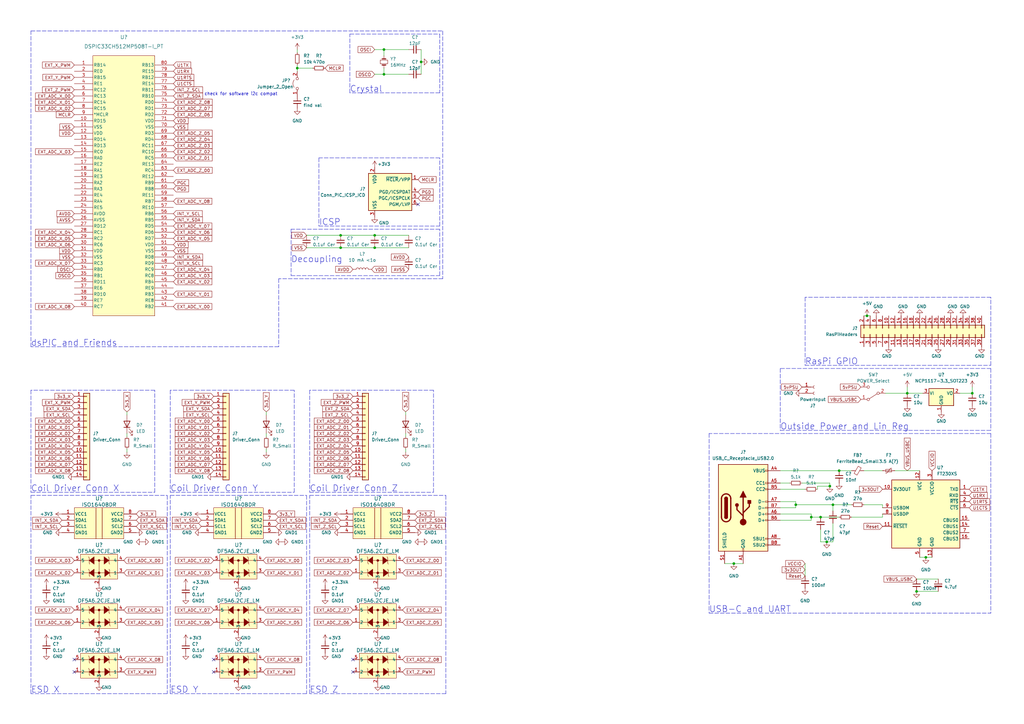
<source format=kicad_sch>
(kicad_sch (version 20211123) (generator eeschema)
  (paper "A3")
  (junction (at 172.72 25.4))
  (junction (at 121.92 27.94))
  (junction (at 300.99 231.14))
  (junction (at 372.11 161.29))
  (junction (at 339.09 222.25))
  (junction (at 326.39 207.01))
  (junction (at 344.17 193.04))
  (junction (at 341.63 207.01))
  (junction (at 153.67 96.52))
  (junction (at 332.74 212.09))
  (junction (at 375.92 242.57))
  (junction (at 340.36 199.39))
  (junction (at 379.73 228.6))
  (junction (at 157.48 30.48))
  (junction (at 336.55 212.09))
  (junction (at 157.48 20.32))
  (junction (at 139.7 101.6))
  (junction (at 398.78 161.29))
  (junction (at 139.7 96.52))
  (junction (at 153.67 101.6))
  (junction (at 355.6 129.54))
  (no_connect (at 144.78 270.51))
  (no_connect (at 87.63 275.59))
  (no_connect (at 30.48 270.51))
  (no_connect (at 144.78 275.59))
  (no_connect (at 171.45 83.82))
  (no_connect (at 30.48 275.59))
  (no_connect (at 87.63 270.51))
  (polyline (pts (xy 406.4 151.13) (xy 320.04 151.13)))
  (polyline (pts (xy 119.38 113.03) (xy 180.34 113.03)))
  (wire (pts (xy 328.93 198.12) (xy 340.36 198.12)))
  (wire (pts (xy 320.04 213.36) (xy 332.74 213.36)))
  (polyline (pts (xy 180.34 93.98) (xy 119.38 93.98)))
  (wire (pts (xy 398.78 158.75) (xy 398.78 161.29)))
  (wire (pts (xy 139.7 96.52) (xy 153.67 96.52)))
  (polyline (pts (xy 143.51 38.1) (xy 143.51 13.97)))
  (wire (pts (xy 336.55 222.25) (xy 339.09 222.25)))
  (polyline (pts (xy 181.61 114.3) (xy 114.3 114.3)))
  (polyline (pts (xy 125.73 284.48) (xy 69.85 284.48)))
  (wire (pts (xy 326.39 207.01) (xy 326.39 208.28)))
  (polyline (pts (xy 180.34 64.77) (xy 130.81 64.77)))
  (wire (pts (xy 372.11 161.29) (xy 378.46 161.29)))
  (polyline (pts (xy 63.5 160.02) (xy 12.7 160.02)))
  (wire (pts (xy 109.22 185.42) (xy 109.22 184.15)))
  (polyline (pts (xy 130.81 64.77) (xy 130.81 92.71)))
  (polyline (pts (xy 180.34 113.03) (xy 180.34 93.98)))
  (polyline (pts (xy 181.61 12.7) (xy 181.61 114.3)))
  (wire (pts (xy 153.67 20.32) (xy 157.48 20.32)))
  (wire (pts (xy 398.78 161.29) (xy 393.7 161.29)))
  (polyline (pts (xy 180.34 38.1) (xy 143.51 38.1)))
  (polyline (pts (xy 330.2 149.86) (xy 406.4 149.86)))
  (polyline (pts (xy 182.88 284.48) (xy 127 284.48)))
  (polyline (pts (xy 97.79 203.2) (xy 125.73 203.2)))
  (wire (pts (xy 320.04 193.04) (xy 344.17 193.04)))
  (wire (pts (xy 300.99 231.14) (xy 304.8 231.14)))
  (wire (pts (xy 372.11 158.75) (xy 372.11 161.29)))
  (wire (pts (xy 367.03 193.04) (xy 377.19 193.04)))
  (wire (pts (xy 320.04 200.66) (xy 330.2 200.66)))
  (polyline (pts (xy 119.38 93.98) (xy 119.38 113.03)))
  (wire (pts (xy 344.17 212.09) (xy 336.55 212.09)))
  (polyline (pts (xy 127 160.02) (xy 127 201.93)))
  (wire (pts (xy 320.04 210.82) (xy 332.74 210.82)))
  (wire (pts (xy 166.37 168.91) (xy 166.37 170.18)))
  (polyline (pts (xy 120.65 160.02) (xy 69.85 160.02)))
  (wire (pts (xy 157.48 27.94) (xy 157.48 30.48)))
  (polyline (pts (xy 320.04 176.53) (xy 406.4 176.53)))
  (polyline (pts (xy 12.7 142.24) (xy 12.7 12.7)))
  (polyline (pts (xy 406.4 149.86) (xy 406.4 121.92)))
  (polyline (pts (xy 63.5 201.93) (xy 63.5 160.02)))
  (wire (pts (xy 125.73 96.52) (xy 139.7 96.52)))
  (wire (pts (xy 379.73 228.6) (xy 382.27 228.6)))
  (wire (pts (xy 332.74 210.82) (xy 332.74 212.09)))
  (wire (pts (xy 326.39 205.74) (xy 326.39 207.01)))
  (polyline (pts (xy 290.83 177.8) (xy 290.83 251.46)))
  (polyline (pts (xy 120.65 201.93) (xy 120.65 160.02)))
  (polyline (pts (xy 406.4 177.8) (xy 290.83 177.8)))
  (wire (pts (xy 172.72 25.4) (xy 172.72 30.48)))
  (wire (pts (xy 341.63 222.25) (xy 341.63 214.63)))
  (wire (pts (xy 121.92 27.94) (xy 121.92 29.21)))
  (wire (pts (xy 128.27 27.94) (xy 121.92 27.94)))
  (wire (pts (xy 153.67 101.6) (xy 167.64 101.6)))
  (polyline (pts (xy 330.2 121.92) (xy 330.2 149.86)))
  (wire (pts (xy 166.37 185.42) (xy 166.37 184.15)))
  (wire (pts (xy 157.48 30.48) (xy 167.64 30.48)))
  (polyline (pts (xy 180.34 13.97) (xy 180.34 38.1)))
  (polyline (pts (xy 114.3 114.3) (xy 114.3 142.24)))
  (wire (pts (xy 52.07 168.91) (xy 52.07 170.18)))
  (wire (pts (xy 332.74 213.36) (xy 332.74 212.09)))
  (wire (pts (xy 125.73 101.6) (xy 139.7 101.6)))
  (wire (pts (xy 139.7 101.6) (xy 153.67 101.6)))
  (polyline (pts (xy 320.04 151.13) (xy 320.04 176.53)))
  (polyline (pts (xy 68.58 203.2) (xy 68.58 284.48)))
  (polyline (pts (xy 177.8 201.93) (xy 177.8 160.02)))
  (wire (pts (xy 341.63 207.01) (xy 341.63 209.55)))
  (polyline (pts (xy 69.85 160.02) (xy 69.85 201.93)))
  (polyline (pts (xy 180.34 92.71) (xy 180.34 64.77)))
  (wire (pts (xy 375.92 237.49) (xy 384.81 237.49)))
  (polyline (pts (xy 114.3 142.24) (xy 12.7 142.24)))
  (wire (pts (xy 344.17 193.04) (xy 349.25 193.04)))
  (wire (pts (xy 109.22 179.07) (xy 109.22 177.8)))
  (wire (pts (xy 340.36 198.12) (xy 340.36 199.39)))
  (wire (pts (xy 52.07 185.42) (xy 52.07 184.15)))
  (wire (pts (xy 157.48 20.32) (xy 167.64 20.32)))
  (wire (pts (xy 336.55 217.17) (xy 336.55 222.25)))
  (polyline (pts (xy 125.73 203.2) (xy 125.73 284.48)))
  (polyline (pts (xy 177.8 160.02) (xy 127 160.02)))
  (wire (pts (xy 121.92 26.67) (xy 121.92 27.94)))
  (polyline (pts (xy 12.7 160.02) (xy 12.7 201.93)))
  (wire (pts (xy 339.09 222.25) (xy 341.63 222.25)))
  (wire (pts (xy 109.22 168.91) (xy 109.22 170.18)))
  (polyline (pts (xy 143.51 13.97) (xy 180.34 13.97)))
  (polyline (pts (xy 40.64 203.2) (xy 68.58 203.2)))
  (wire (pts (xy 153.67 30.48) (xy 157.48 30.48)))
  (wire (pts (xy 336.55 212.09) (xy 332.74 212.09)))
  (polyline (pts (xy 130.81 92.71) (xy 180.34 92.71)))
  (wire (pts (xy 153.67 96.52) (xy 167.64 96.52)))
  (polyline (pts (xy 68.58 284.48) (xy 12.7 284.48)))
  (polyline (pts (xy 12.7 284.48) (xy 12.7 203.2)))
  (wire (pts (xy 320.04 198.12) (xy 323.85 198.12)))
  (polyline (pts (xy 127 203.2) (xy 154.94 203.2)))
  (wire (pts (xy 172.72 20.32) (xy 172.72 25.4)))
  (wire (pts (xy 361.95 210.82) (xy 361.95 212.09)))
  (wire (pts (xy 297.18 231.14) (xy 300.99 231.14)))
  (wire (pts (xy 340.36 199.39) (xy 335.28 199.39)))
  (wire (pts (xy 354.33 193.04) (xy 361.95 193.04)))
  (wire (pts (xy 361.95 207.01) (xy 361.95 208.28)))
  (wire (pts (xy 377.19 228.6) (xy 379.73 228.6)))
  (wire (pts (xy 326.39 208.28) (xy 320.04 208.28)))
  (polyline (pts (xy 127 201.93) (xy 177.8 201.93)))
  (polyline (pts (xy 69.85 203.2) (xy 97.79 203.2)))
  (wire (pts (xy 330.2 231.14) (xy 330.2 236.22)))
  (wire (pts (xy 121.92 20.32) (xy 121.92 21.59)))
  (wire (pts (xy 52.07 179.07) (xy 52.07 177.8)))
  (wire (pts (xy 335.28 199.39) (xy 335.28 200.66)))
  (polyline (pts (xy 406.4 177.8) (xy 406.4 251.46)))
  (wire (pts (xy 375.92 242.57) (xy 384.81 242.57)))
  (wire (pts (xy 341.63 207.01) (xy 326.39 207.01)))
  (polyline (pts (xy 69.85 201.93) (xy 120.65 201.93)))
  (wire (pts (xy 363.22 161.29) (xy 372.11 161.29)))
  (wire (pts (xy 349.25 207.01) (xy 341.63 207.01)))
  (polyline (pts (xy 12.7 203.2) (xy 40.64 203.2)))
  (wire (pts (xy 355.6 129.54) (xy 356.87 129.54)))
  (polyline (pts (xy 127 284.48) (xy 127 203.2)))
  (polyline (pts (xy 12.7 201.93) (xy 63.5 201.93)))
  (polyline (pts (xy 406.4 121.92) (xy 330.2 121.92)))
  (polyline (pts (xy 406.4 151.13) (xy 406.4 176.53)))
  (wire (pts (xy 320.04 205.74) (xy 326.39 205.74)))
  (wire (pts (xy 361.95 212.09) (xy 349.25 212.09)))
  (wire (pts (xy 157.48 20.32) (xy 157.48 22.86)))
  (wire (pts (xy 355.6 129.54) (xy 354.33 129.54)))
  (polyline (pts (xy 69.85 284.48) (xy 69.85 203.2)))
  (polyline (pts (xy 290.83 251.46) (xy 406.4 251.46)))
  (wire (pts (xy 354.33 207.01) (xy 361.95 207.01)))
  (wire (pts (xy 166.37 179.07) (xy 166.37 177.8)))
  (polyline (pts (xy 12.7 12.7) (xy 181.61 12.7)))
  (polyline (pts (xy 154.94 203.2) (xy 182.88 203.2)))
  (polyline (pts (xy 182.88 203.2) (xy 182.88 284.48)))
  (text "Decoupling" (at 119.38 107.95 0) (effects (font (size 2.54 2.54)) (justify left bottom)))
  (text "USB-C and UART\n" (at 290.83 251.46 0) (effects (font (size 2.54 2.54)) (justify left bottom)))
  (text "ICSP" (at 130.81 92.71 0) (effects (font (size 2.54 2.54)) (justify left bottom)))
  (text "RasPi GPIO" (at 330.2 149.86 0) (effects (font (size 2.54 2.54)) (justify left bottom)))
  (text "Outside Power and Lin Reg" (at 320.04 176.53 0) (effects (font (size 2.54 2.54)) (justify left bottom)))
  (text "ESD Z" (at 127 284.48 0) (effects (font (size 2.54 2.54)) (justify left bottom)))
  (text "ESD Y" (at 69.85 284.48 0) (effects (font (size 2.54 2.54)) (justify left bottom)))
  (text "dsPIC and Friends" (at 12.7 142.24 0) (effects (font (size 2.54 2.54)) (justify left bottom)))
  (text "Coil Driver Conn Y" (at 69.85 201.93 0) (effects (font (size 2.54 2.54)) (justify left bottom)))
  (text "Crystal" (at 143.51 38.1 0) (effects (font (size 2.54 2.54)) (justify left bottom)))
  (text "check for software i2c compat" (at 83.82 39.37 0) (effects (font (size 1.27 1.27)) (justify left bottom)))
  (text "Coil Driver Conn Z" (at 127 201.93 0) (effects (font (size 2.54 2.54)) (justify left bottom)))
  (text "Coil Driver Conn X" (at 12.7 201.93 0) (effects (font (size 2.54 2.54)) (justify left bottom)))
  (text "ESD X" (at 12.7 284.48 0) (effects (font (size 2.54 2.54)) (justify left bottom)))
  (global_label "INT_Y_SDA" (shape input) (at 71.12 90.17 0) (property "Intersheet References" "${INTERSHEET_REFS}" (effects hide)))
  (global_label "EXT_ADC_Z_05" (shape input) (at 165.1 255.27 0) (property "Intersheet References" "${INTERSHEET_REFS}" (effects hide)))
  (global_label "EXT_ADC_Z_08" (shape input) (at 165.1 270.51 0) (property "Intersheet References" "${INTERSHEET_REFS}" (effects hide)))
  (global_label "OSCO" (shape input) (at 153.67 30.48 180) (property "Intersheet References" "${INTERSHEET_REFS}" (effects hide)))
  (global_label "EXT_ADC_Y_07" (shape input) (at 87.63 190.5 180) (property "Intersheet References" "${INTERSHEET_REFS}" (effects hide)))
  (global_label "INT_Z_SDA" (shape input) (at 71.12 39.37 0) (property "Intersheet References" "${INTERSHEET_REFS}" (effects hide)))
  (global_label "EXT_ADC_Z_02" (shape input) (at 71.12 62.23 0) (property "Intersheet References" "${INTERSHEET_REFS}" (effects hide)))
  (global_label "PGD" (shape input) (at 171.45 78.74 0) (property "Intersheet References" "${INTERSHEET_REFS}" (effects hide)))
  (global_label "U1TX" (shape input) (at 71.12 26.67 0) (property "Intersheet References" "${INTERSHEET_REFS}" (effects hide)))
  (global_label "VCCIO" (shape input) (at 382.27 193.04 90) (property "Intersheet References" "${INTERSHEET_REFS}" (effects hide)))
  (global_label "EXT_ADC_Z_02" (shape input) (at 144.78 234.95 180) (property "Intersheet References" "${INTERSHEET_REFS}" (effects hide)))
  (global_label "EXT_ADC_Z_06" (shape input) (at 71.12 46.99 0) (property "Intersheet References" "${INTERSHEET_REFS}" (effects hide)))
  (global_label "EXT_ADC_Z_03" (shape input) (at 71.12 59.69 0) (property "Intersheet References" "${INTERSHEET_REFS}" (effects hide)))
  (global_label "3v3_Y" (shape input) (at 109.22 168.91 90) (property "Intersheet References" "${INTERSHEET_REFS}" (effects hide)))
  (global_label "5vPSU" (shape input) (at 353.06 158.75 180) (property "Intersheet References" "${INTERSHEET_REFS}" (effects hide)))
  (global_label "EXT_Z_SCL" (shape input) (at 144.78 170.18 180) (property "Intersheet References" "${INTERSHEET_REFS}" (effects hide)))
  (global_label "EXT_ADC_Y_05" (shape input) (at 71.12 97.79 0) (property "Intersheet References" "${INTERSHEET_REFS}" (effects hide)))
  (global_label "EXT_ADC_Y_02" (shape input) (at 87.63 177.8 180) (property "Intersheet References" "${INTERSHEET_REFS}" (effects hide)))
  (global_label "PGC" (shape input) (at 171.45 81.28 0) (property "Intersheet References" "${INTERSHEET_REFS}" (effects hide)))
  (global_label "OSCI" (shape input) (at 30.48 110.49 180) (property "Intersheet References" "${INTERSHEET_REFS}" (effects hide)))
  (global_label "VSS" (shape input) (at 125.73 101.6 180) (property "Intersheet References" "${INTERSHEET_REFS}" (effects hide)))
  (global_label "EXT_Y_PWM" (shape input) (at 87.63 165.1 180) (property "Intersheet References" "${INTERSHEET_REFS}" (effects hide)))
  (global_label "EXT_ADC_Z_05" (shape input) (at 144.78 185.42 180) (property "Intersheet References" "${INTERSHEET_REFS}" (effects hide)))
  (global_label "EXT_Y_SDA" (shape input) (at 87.63 167.64 180) (property "Intersheet References" "${INTERSHEET_REFS}" (effects hide)))
  (global_label "EXT_X_PWM" (shape input) (at 30.48 26.67 180) (property "Intersheet References" "${INTERSHEET_REFS}" (effects hide)))
  (global_label "EXT_X_SDA" (shape input) (at 55.88 213.36 0) (property "Intersheet References" "${INTERSHEET_REFS}" (effects hide)))
  (global_label "EXT_ADC_Y_06" (shape input) (at 71.12 95.25 0) (property "Intersheet References" "${INTERSHEET_REFS}" (effects hide)))
  (global_label "EXT_ADC_Y_04" (shape input) (at 107.95 250.19 0) (property "Intersheet References" "${INTERSHEET_REFS}" (effects hide)))
  (global_label "EXT_ADC_X_05" (shape input) (at 30.48 185.42 180) (property "Intersheet References" "${INTERSHEET_REFS}" (effects hide)))
  (global_label "EXT_ADC_X_05" (shape input) (at 50.8 255.27 0) (property "Intersheet References" "${INTERSHEET_REFS}" (effects hide)))
  (global_label "U1RX" (shape input) (at 397.51 203.2 0) (property "Intersheet References" "${INTERSHEET_REFS}" (effects hide)))
  (global_label "INT_X_SDA" (shape input) (at 71.12 105.41 0) (property "Intersheet References" "${INTERSHEET_REFS}" (effects hide)))
  (global_label "EXT_X_PWM" (shape input) (at 30.48 165.1 180) (property "Intersheet References" "${INTERSHEET_REFS}" (effects hide)))
  (global_label "5vPSU" (shape input) (at 328.93 158.75 180) (property "Intersheet References" "${INTERSHEET_REFS}" (effects hide)))
  (global_label "EXT_ADC_Y_03" (shape input) (at 71.12 113.03 0) (property "Intersheet References" "${INTERSHEET_REFS}" (effects hide)))
  (global_label "EXT_Y_SCL" (shape input) (at 113.03 215.9 0) (property "Intersheet References" "${INTERSHEET_REFS}" (effects hide)))
  (global_label "3v3_Z" (shape input) (at 166.37 168.91 90) (property "Intersheet References" "${INTERSHEET_REFS}" (effects hide)))
  (global_label "EXT_ADC_X_04" (shape input) (at 50.8 250.19 0) (property "Intersheet References" "${INTERSHEET_REFS}" (effects hide)))
  (global_label "INT_Z_SDA" (shape input) (at 139.7 213.36 180) (property "Intersheet References" "${INTERSHEET_REFS}" (effects hide)))
  (global_label "U1RTS" (shape input) (at 397.51 205.74 0) (property "Intersheet References" "${INTERSHEET_REFS}" (effects hide)))
  (global_label "3v3OUT" (shape input) (at 361.95 200.66 180) (property "Intersheet References" "${INTERSHEET_REFS}" (effects hide)))
  (global_label "EXT_ADC_X_01" (shape input) (at 30.48 41.91 180) (property "Intersheet References" "${INTERSHEET_REFS}" (effects hide)))
  (global_label "EXT_ADC_X_01" (shape input) (at 30.48 175.26 180) (property "Intersheet References" "${INTERSHEET_REFS}" (effects hide)))
  (global_label "EXT_ADC_Y_00" (shape input) (at 107.95 229.87 0) (property "Intersheet References" "${INTERSHEET_REFS}" (effects hide)))
  (global_label "EXT_Z_SCL" (shape input) (at 170.18 215.9 0) (property "Intersheet References" "${INTERSHEET_REFS}" (effects hide)))
  (global_label "EXT_Z_SDA" (shape input) (at 170.18 213.36 0) (property "Intersheet References" "${INTERSHEET_REFS}" (effects hide)))
  (global_label "U1TX" (shape input) (at 397.51 200.66 0) (property "Intersheet References" "${INTERSHEET_REFS}" (effects hide)))
  (global_label "AVDD" (shape input) (at 167.64 105.41 180) (property "Intersheet References" "${INTERSHEET_REFS}" (effects hide)))
  (global_label "EXT_ADC_Z_06" (shape input) (at 144.78 255.27 180) (property "Intersheet References" "${INTERSHEET_REFS}" (effects hide)))
  (global_label "Reset" (shape input) (at 361.95 215.9 180) (property "Intersheet References" "${INTERSHEET_REFS}" (effects hide)))
  (global_label "EXT_X_SDA" (shape input) (at 30.48 167.64 180) (property "Intersheet References" "${INTERSHEET_REFS}" (effects hide)))
  (global_label "EXT_ADC_Z_07" (shape input) (at 144.78 190.5 180) (property "Intersheet References" "${INTERSHEET_REFS}" (effects hide)))
  (global_label "EXT_Z_PWM" (shape input) (at 165.1 275.59 0) (property "Intersheet References" "${INTERSHEET_REFS}" (effects hide)))
  (global_label "EXT_Y_SCL" (shape input) (at 87.63 170.18 180) (property "Intersheet References" "${INTERSHEET_REFS}" (effects hide)))
  (global_label "3v3_Z" (shape input) (at 170.18 210.82 0) (property "Intersheet References" "${INTERSHEET_REFS}" (effects hide)))
  (global_label "EXT_ADC_Z_03" (shape input) (at 144.78 229.87 180) (property "Intersheet References" "${INTERSHEET_REFS}" (effects hide)))
  (global_label "MCLR" (shape input) (at 171.45 73.66 0) (property "Intersheet References" "${INTERSHEET_REFS}" (effects hide)))
  (global_label "EXT_ADC_Y_06" (shape input) (at 87.63 187.96 180) (property "Intersheet References" "${INTERSHEET_REFS}" (effects hide)))
  (global_label "EXT_ADC_Z_07" (shape input) (at 71.12 44.45 0) (property "Intersheet References" "${INTERSHEET_REFS}" (effects hide)))
  (global_label "EXT_ADC_X_06" (shape input) (at 30.48 100.33 180) (property "Intersheet References" "${INTERSHEET_REFS}" (effects hide)))
  (global_label "VDD" (shape input) (at 71.12 100.33 0) (property "Intersheet References" "${INTERSHEET_REFS}" (effects hide)))
  (global_label "EXT_ADC_X_04" (shape input) (at 30.48 182.88 180) (property "Intersheet References" "${INTERSHEET_REFS}" (effects hide)))
  (global_label "EXT_ADC_Y_03" (shape input) (at 87.63 180.34 180) (property "Intersheet References" "${INTERSHEET_REFS}" (effects hide)))
  (global_label "EXT_ADC_Y_08" (shape input) (at 87.63 193.04 180) (property "Intersheet References" "${INTERSHEET_REFS}" (effects hide)))
  (global_label "EXT_ADC_X_07" (shape input) (at 30.48 107.95 180) (property "Intersheet References" "${INTERSHEET_REFS}" (effects hide)))
  (global_label "3v3_X" (shape input) (at 52.07 168.91 90) (property "Intersheet References" "${INTERSHEET_REFS}" (effects hide)))
  (global_label "VBUS_USBC" (shape input) (at 353.06 163.83 180) (property "Intersheet References" "${INTERSHEET_REFS}" (effects hide)))
  (global_label "EXT_ADC_Z_07" (shape input) (at 144.78 250.19 180) (property "Intersheet References" "${INTERSHEET_REFS}" (effects hide)))
  (global_label "VSS" (shape input) (at 30.48 105.41 180) (property "Intersheet References" "${INTERSHEET_REFS}" (effects hide)))
  (global_label "OSCO" (shape input) (at 30.48 113.03 180) (property "Intersheet References" "${INTERSHEET_REFS}" (effects hide)))
  (global_label "INT_Y_SCL" (shape input) (at 82.55 215.9 180) (property "Intersheet References" "${INTERSHEET_REFS}" (effects hide)))
  (global_label "3v3OUT" (shape input) (at 330.2 233.68 180) (property "Intersheet References" "${INTERSHEET_REFS}" (effects hide)))
  (global_label "EXT_ADC_X_03" (shape input) (at 30.48 62.23 180) (property "Intersheet References" "${INTERSHEET_REFS}" (effects hide)))
  (global_label "EXT_ADC_Z_06" (shape input) (at 144.78 187.96 180) (property "Intersheet References" "${INTERSHEET_REFS}" (effects hide)))
  (global_label "EXT_ADC_Y_02" (shape input) (at 71.12 115.57 0) (property "Intersheet References" "${INTERSHEET_REFS}" (effects hide)))
  (global_label "EXT_ADC_X_00" (shape input) (at 30.48 172.72 180) (property "Intersheet References" "${INTERSHEET_REFS}" (effects hide)))
  (global_label "EXT_ADC_Y_00" (shape input) (at 87.63 172.72 180) (property "Intersheet References" "${INTERSHEET_REFS}" (effects hide)))
  (global_label "PGD" (shape input) (at 71.12 77.47 0) (property "Intersheet References" "${INTERSHEET_REFS}" (effects hide)))
  (global_label "EXT_ADC_Y_03" (shape input) (at 87.63 234.95 180) (property "Intersheet References" "${INTERSHEET_REFS}" (effects hide)))
  (global_label "U1RTS" (shape input) (at 71.12 31.75 0) (property "Intersheet References" "${INTERSHEET_REFS}" (effects hide)))
  (global_label "EXT_Y_PWM" (shape input) (at 107.95 275.59 0) (property "Intersheet References" "${INTERSHEET_REFS}" (effects hide)))
  (global_label "EXT_ADC_X_00" (shape input) (at 30.48 39.37 180) (property "Intersheet References" "${INTERSHEET_REFS}" (effects hide)))
  (global_label "OSCI" (shape input) (at 153.67 20.32 180) (property "Intersheet References" "${INTERSHEET_REFS}" (effects hide)))
  (global_label "EXT_ADC_X_02" (shape input) (at 30.48 234.95 180) (property "Intersheet References" "${INTERSHEET_REFS}" (effects hide)))
  (global_label "EXT_Z_PWM" (shape input) (at 30.48 36.83 180) (property "Intersheet References" "${INTERSHEET_REFS}" (effects hide)))
  (global_label "INT_X_SCL" (shape input) (at 25.4 215.9 180) (property "Intersheet References" "${INTERSHEET_REFS}" (effects hide)))
  (global_label "EXT_ADC_Z_04" (shape input) (at 165.1 250.19 0) (property "Intersheet References" "${INTERSHEET_REFS}" (effects hide)))
  (global_label "EXT_ADC_Z_05" (shape input) (at 71.12 54.61 0) (property "Intersheet References" "${INTERSHEET_REFS}" (effects hide)))
  (global_label "3v3_Y" (shape input) (at 113.03 210.82 0) (property "Intersheet References" "${INTERSHEET_REFS}" (effects hide)))
  (global_label "EXT_ADC_Z_08" (shape input) (at 144.78 193.04 180) (property "Intersheet References" "${INTERSHEET_REFS}" (effects hide)))
  (global_label "EXT_ADC_Y_07" (shape input) (at 87.63 250.19 180) (property "Intersheet References" "${INTERSHEET_REFS}" (effects hide)))
  (global_label "EXT_ADC_Y_00" (shape input) (at 71.12 125.73 0) (property "Intersheet References" "${INTERSHEET_REFS}" (effects hide)))
  (global_label "EXT_ADC_Y_08" (shape input) (at 71.12 82.55 0) (property "Intersheet References" "${INTERSHEET_REFS}" (effects hide)))
  (global_label "VSS" (shape input) (at 30.48 52.07 180) (property "Intersheet References" "${INTERSHEET_REFS}" (effects hide)))
  (global_label "EXT_ADC_X_03" (shape input) (at 30.48 180.34 180) (property "Intersheet References" "${INTERSHEET_REFS}" (effects hide)))
  (global_label "EXT_ADC_Z_02" (shape input) (at 144.78 177.8 180) (property "Intersheet References" "${INTERSHEET_REFS}" (effects hide)))
  (global_label "PGC" (shape input) (at 71.12 74.93 0) (property "Intersheet References" "${INTERSHEET_REFS}" (effects hide)))
  (global_label "EXT_Z_SDA" (shape input) (at 144.78 167.64 180) (property "Intersheet References" "${INTERSHEET_REFS}" (effects hide)))
  (global_label "EXT_ADC_X_06" (shape input) (at 30.48 255.27 180) (property "Intersheet References" "${INTERSHEET_REFS}" (effects hide)))
  (global_label "EXT_ADC_Z_00" (shape input) (at 71.12 69.85 0) (property "Intersheet References" "${INTERSHEET_REFS}" (effects hide)))
  (global_label "EXT_Z_PWM" (shape input) (at 144.78 165.1 180) (property "Intersheet References" "${INTERSHEET_REFS}" (effects hide)))
  (global_label "EXT_ADC_X_05" (shape input) (at 30.48 97.79 180) (property "Intersheet References" "${INTERSHEET_REFS}" (effects hide)))
  (global_label "EXT_ADC_Z_08" (shape input) (at 71.12 41.91 0) (property "Intersheet References" "${INTERSHEET_REFS}" (effects hide)))
  (global_label "VDD" (shape input) (at 152.4 110.49 0) (property "Intersheet References" "${INTERSHEET_REFS}" (effects hide)))
  (global_label "Reset" (shape input) (at 330.2 236.22 180) (property "Intersheet References" "${INTERSHEET_REFS}" (effects hide)))
  (global_label "AVDD" (shape input) (at 30.48 87.63 180) (property "Intersheet References" "${INTERSHEET_REFS}" (effects hide)))
  (global_label "EXT_ADC_Y_01" (shape input) (at 107.95 234.95 0) (property "Intersheet References" "${INTERSHEET_REFS}" (effects hide)))
  (global_label "EXT_X_PWM" (shape input) (at 50.8 275.59 0) (property "Intersheet References" "${INTERSHEET_REFS}" (effects hide)))
  (global_label "EXT_ADC_Y_04" (shape input) (at 71.12 110.49 0) (property "Intersheet References" "${INTERSHEET_REFS}" (effects hide)))
  (global_label "EXT_ADC_Y_04" (shape input) (at 87.63 182.88 180) (property "Intersheet References" "${INTERSHEET_REFS}" (effects hide)))
  (global_label "VCCIO" (shape input) (at 330.2 231.14 180) (property "Intersheet References" "${INTERSHEET_REFS}" (effects hide)))
  (global_label "EXT_ADC_Y_01" (shape input) (at 71.12 120.65 0) (property "Intersheet References" "${INTERSHEET_REFS}" (effects hide)))
  (global_label "INT_X_SDA" (shape input) (at 25.4 213.36 180) (property "Intersheet References" "${INTERSHEET_REFS}" (effects hide)))
  (global_label "INT_Y_SDA" (shape input) (at 82.55 213.36 180) (property "Intersheet References" "${INTERSHEET_REFS}" (effects hide)))
  (global_label "EXT_ADC_Y_01" (shape input) (at 87.63 175.26 180) (property "Intersheet References" "${INTERSHEET_REFS}" (effects hide)))
  (global_label "EXT_ADC_Z_04" (shape input) (at 71.12 57.15 0) (property "Intersheet References" "${INTERSHEET_REFS}" (effects hide)))
  (global_label "U1CTS" (shape input) (at 71.12 34.29 0) (property "Intersheet References" "${INTERSHEET_REFS}" (effects hide)))
  (global_label "INT_Z_SCL" (shape input) (at 71.12 36.83 0) (property "Intersheet References" "${INTERSHEET_REFS}" (effects hide)))
  (global_label "EXT_ADC_Z_01" (shape input) (at 71.12 64.77 0) (property "Intersheet References" "${INTERSHEET_REFS}" (effects hide)))
  (global_label "EXT_ADC_X_02" (shape input) (at 30.48 44.45 180) (property "Intersheet References" "${INTERSHEET_REFS}" (effects hide)))
  (global_label "EXT_X_SCL" (shape input) (at 30.48 170.18 180) (property "Intersheet References" "${INTERSHEET_REFS}" (effects hide)))
  (global_label "EXT_Y_PWM" (shape input) (at 30.48 31.75 180) (property "Intersheet References" "${INTERSHEET_REFS}" (effects hide)))
  (global_label "3v3_X" (shape input) (at 30.48 162.56 180) (property "Intersheet References" "${INTERSHEET_REFS}" (effects hide)))
  (global_label "MCLR" (shape input) (at 30.48 46.99 180) (property "Intersheet References" "${INTERSHEET_REFS}" (effects hide)))
  (global_label "VBUS_USBC" (shape input) (at 372.11 193.04 90) (property "Intersheet References" "${INTERSHEET_REFS}" (effects hide)))
  (global_label "EXT_ADC_Z_00" (shape input) (at 144.78 172.72 180) (property "Intersheet References" "${INTERSHEET_REFS}" (effects hide)))
  (global_label "EXT_ADC_X_08" (shape input) (at 50.8 270.51 0) (property "Intersheet References" "${INTERSHEET_REFS}" (effects hide)))
  (global_label "3v3_X" (shape input) (at 55.88 210.82 0) (property "Intersheet References" "${INTERSHEET_REFS}" (effects hide)))
  (global_label "VDD" (shape input) (at 30.48 54.61 180) (property "Intersheet References" "${INTERSHEET_REFS}" (effects hide)))
  (global_label "EXT_ADC_X_00" (shape input) (at 50.8 229.87 0) (property "Intersheet References" "${INTERSHEET_REFS}" (effects hide)))
  (global_label "EXT_Y_SDA" (shape input) (at 113.03 213.36 0) (property "Intersheet References" "${INTERSHEET_REFS}" (effects hide)))
  (global_label "AVSS" (shape input) (at 167.64 110.49 180) (property "Intersheet References" "${INTERSHEET_REFS}" (effects hide)))
  (global_label "INT_Z_SCL" (shape input) (at 139.7 215.9 180) (property "Intersheet References" "${INTERSHEET_REFS}" (effects hide)))
  (global_label "VDD" (shape input) (at 30.48 102.87 180) (property "Intersheet References" "${INTERSHEET_REFS}" (effects hide)))
  (global_label "EXT_ADC_Y_02" (shape input) (at 87.63 229.87 180) (property "Intersheet References" "${INTERSHEET_REFS}" (effects hide)))
  (global_label "EXT_ADC_X_07" (shape input) (at 30.48 190.5 180) (property "Intersheet References" "${INTERSHEET_REFS}" (effects hide)))
  (global_label "EXT_ADC_Y_05" (shape input) (at 87.63 185.42 180) (property "Intersheet References" "${INTERSHEET_REFS}" (effects hide)))
  (global_label "EXT_ADC_Z_04" (shape input) (at 144.78 182.88 180) (property "Intersheet References" "${INTERSHEET_REFS}" (effects hide)))
  (global_label "EXT_ADC_Z_03" (shape input) (at 144.78 180.34 180) (property "Intersheet References" "${INTERSHEET_REFS}" (effects hide)))
  (global_label "EXT_ADC_X_02" (shape input) (at 30.48 177.8 180) (property "Intersheet References" "${INTERSHEET_REFS}" (effects hide)))
  (global_label "EXT_ADC_Y_06" (shape input) (at 87.63 255.27 180) (property "Intersheet References" "${INTERSHEET_REFS}" (effects hide)))
  (global_label "VSS" (shape input) (at 71.12 52.07 0) (property "Intersheet References" "${INTERSHEET_REFS}" (effects hide)))
  (global_label "U1CTS" (shape input) (at 397.51 208.28 0) (property "Intersheet References" "${INTERSHEET_REFS}" (effects hide)))
  (global_label "EXT_ADC_X_03" (shape input) (at 30.48 229.87 180) (property "Intersheet References" "${INTERSHEET_REFS}" (effects hide)))
  (global_label "AVSS" (shape input) (at 30.48 90.17 180) (property "Intersheet References" "${INTERSHEET_REFS}" (effects hide)))
  (global_label "VSS" (shape input) (at 71.12 102.87 0) (property "Intersheet References" "${INTERSHEET_REFS}" (effects hide)))
  (global_label "EXT_ADC_X_04" (shape input) (at 30.48 95.25 180) (property "Intersheet References" "${INTERSHEET_REFS}" (effects hide)))
  (global_label "EXT_ADC_Z_01" (shape input) (at 144.78 175.26 180) (property "Intersheet References" "${INTERSHEET_REFS}" (effects hide)))
  (global_label "EXT_X_SCL" (shape input) (at 55.88 215.9 0) (property "Intersheet References" "${INTERSHEET_REFS}" (effects hide)))
  (global_label "EXT_ADC_Z_00" (shape input) (at 165.1 229.87 0) (property "Intersheet References" "${INTERSHEET_REFS}" (effects hide)))
  (global_label "VDD" (shape input) (at 71.12 49.53 0) (property "Intersheet References" "${INTERSHEET_REFS}" (effects hide)))
  (global_label "EXT_ADC_Y_07" (shape input) (at 71.12 92.71 0) (property "Intersheet References" "${INTERSHEET_REFS}" (effects hide)))
  (global_label "AVDD" (shape input) (at 144.78 110.49 180) (property "Intersheet References" "${INTERSHEET_REFS}" (effects hide)))
  (global_label "MCLR" (shape input) (at 133.35 27.94 0) (property "Intersheet References" "${INTERSHEET_REFS}" (effects hide)))
  (global_label "INT_Y_SCL" (shape input) (at 71.12 87.63 0) (property "Intersheet References" "${INTERSHEET_REFS}" (effects hide)))
  (global_label "U1RX" (shape input) (at 71.12 29.21 0) (property "Intersheet References" "${INTERSHEET_REFS}" (effects hide)))
  (global_label "VDD" (shape input) (at 125.73 96.52 180) (property "Intersheet References" "${INTERSHEET_REFS}" (effects hide)))
  (global_label "EXT_ADC_X_07" (shape input) (at 30.48 250.19 180) (property "Intersheet References" "${INTERSHEET_REFS}" (effects hide)))
  (global_label "EXT_ADC_X_01" (shape input) (at 50.8 234.95 0) (property "Intersheet References" "${INTERSHEET_REFS}" (effects hide)))
  (global_label "EXT_ADC_Y_08" (shape input) (at 107.95 270.51 0) (property "Intersheet References" "${INTERSHEET_REFS}" (effects hide)))
  (global_label "INT_X_SCL" (shape input) (at 71.12 107.95 0) (property "Intersheet References" "${INTERSHEET_REFS}" (effects hide)))
  (global_label "3v3_Z" (shape input) (at 144.78 162.56 180) (property "Intersheet References" "${INTERSHEET_REFS}" (effects hide)))
  (global_label "EXT_ADC_X_08" (shape input) (at 30.48 193.04 180) (property "Intersheet References" "${INTERSHEET_REFS}" (effects hide)))
  (global_label "EXT_ADC_X_06" (shape input) (at 30.48 187.96 180) (property "Intersheet References" "${INTERSHEET_REFS}" (effects hide)))
  (global_label "EXT_ADC_X_08" (shape input) (at 30.48 125.73 180) (property "Intersheet References" "${INTERSHEET_REFS}" (effects hide)))
  (global_label "3v3_Y" (shape input) (at 87.63 162.56 180) (property "Intersheet References" "${INTERSHEET_REFS}" (effects hide)))
  (global_label "EXT_ADC_Z_01" (shape input) (at 165.1 234.95 0) (property "Intersheet References" "${INTERSHEET_REFS}" (effects hide)))
  (global_label "EXT_ADC_Y_05" (shape input) (at 107.95 255.27 0) (property "Intersheet References" "${INTERSHEET_REFS}" (effects hide)))
  (global_label "VBUS_USBC" (shape input) (at 375.92 237.49 180) (property "Intersheet References" "${INTERSHEET_REFS}" (effects hide)))
  (symbol (lib_id "power:GND") (at 172.72 222.25 270) (unit 1)
    (property "Reference" "#PWR?" (effects hide))
    (property "Value" "GND" (at 168.91 222.2499 90) (effects (justify right)))
  )
  (symbol (lib_id "power:+3V3") (at 19.05 262.89 0) (unit 1)
    (property "Reference" "#PWR?" (effects hide))
    (property "Value" "+3V3" (at 22.86 261.62 0))
  )
  (symbol (lib_id "power:GND") (at 344.17 198.12 0) (unit 1)
    (property "Reference" "#PWR?" (effects hide))
    (property "Value" "GND" (at 344.17 203.2 0))
  )
  (symbol (lib_id "power:GND") (at 40.64 280.67 0) (unit 1)
    (property "Reference" "#PWR?" (effects hide))
    (property "Value" "GND" (at 45.72 281.94 0) (effects (justify right)))
  )
  (symbol (lib_id "Connector_Generic:Conn_02x20_Odd_Even") (at 377.19 137.16 90) (unit 1)
    (property "Reference" "J?" (at 351.79 134.6199 90) (effects (justify left)))
    (property "Value" "RasPiHeaders" (at 351.79 137.1599 90) (effects (justify left)))
  )
  (symbol (lib_id "power:GND") (at 25.4 218.44 270) (unit 1)
    (property "Reference" "#PWR?" (effects hide))
    (property "Value" "GND" (at 21.59 218.4399 90) (effects (justify right)))
  )
  (symbol (lib_id "power:GND") (at 133.35 267.97 0) (unit 1)
    (property "Reference" "#PWR?" (effects hide))
    (property "Value" "GND" (at 135.89 269.24 0) (effects (justify left)))
  )
  (symbol (lib_id "Device:Polyfuse_Small") (at 364.49 193.04 90) (unit 1)
    (property "Reference" "F?" (at 364.49 186.69 90))
    (property "Value" "3.5 A(?)" (at 364.49 189.23 90))
  )
  (symbol (lib_id "Device:R_Small") (at 52.07 181.61 0) (unit 1)
    (property "Reference" "R?" (at 54.61 180.3399 0) (effects (justify left)))
    (property "Value" "R_Small" (at 54.61 182.8799 0) (effects (justify left)))
  )
  (symbol (lib_id "power:GND") (at 340.36 199.39 0) (unit 1)
    (property "Reference" "#PWR?" (effects hide))
    (property "Value" "GND" (at 340.36 204.47 0))
  )
  (symbol (lib_id "PiHatLib:ISO1640BDR") (at 144.78 208.28 0) (unit 1)
    (property "Reference" "U?" (at 154.94 204.47 0) (effects (font (size 1.524 1.524))))
    (property "Value" "ISO1640BDR" (at 154.94 207.01 0) (effects (font (size 1.524 1.524))))
    (property "Footprint" "D0008B-IPC_A" (effects hide))
    (property "Datasheet" "ISO1640BDR" (effects hide))
  )
  (symbol (lib_id "Device:C_Small") (at 133.35 265.43 0) (unit 1)
    (property "Reference" "C?" (at 135.89 264.1662 0) (effects (justify left)))
    (property "Value" "0.1uf" (at 135.89 266.7062 0) (effects (justify left)))
  )
  (symbol (lib_id "power:GND") (at 154.94 240.03 0) (unit 1)
    (property "Reference" "#PWR?" (effects hide))
    (property "Value" "GND" (at 160.02 241.3 0) (effects (justify right)))
  )
  (symbol (lib_id "PiHatLib:DF5A6.2CJE_LM") (at 147.32 267.97 0) (unit 1)
    (property "Reference" "U?" (at 154.94 264.16 0) (effects (font (size 1.524 1.524))))
    (property "Value" "DF5A6.2CJE_LM" (at 154.94 266.7 0) (effects (font (size 1.524 1.524))))
    (property "Footprint" "SOT-553   ESV_TOS" (effects hide))
    (property "Datasheet" "DF5A6.2CJE_LM" (effects hide))
  )
  (symbol (lib_id "power:+5V") (at 355.6 129.54 0) (unit 1)
    (property "Reference" "#PWR?" (effects hide))
    (property "Value" "+5V" (at 355.6 124.46 0))
  )
  (symbol (lib_id "PiHatLib:ISO1640BDR") (at 30.48 208.28 0) (unit 1)
    (property "Reference" "U?" (at 40.64 204.47 0) (effects (font (size 1.524 1.524))))
    (property "Value" "ISO1640BDR" (at 40.64 207.01 0) (effects (font (size 1.524 1.524))))
    (property "Footprint" "D0008B-IPC_A" (effects hide))
    (property "Datasheet" "ISO1640BDR" (effects hide))
  )
  (symbol (lib_name "DF5A6.2CJE_LM_1") (lib_id "PiHatLib:DF5A6.2CJE_LM") (at 33.02 247.65 0) (unit 1)
    (property "Reference" "U?" (at 40.64 243.84 0) (effects (font (size 1.524 1.524))))
    (property "Value" "DF5A6.2CJE_LM" (at 40.64 246.38 0) (effects (font (size 1.524 1.524))))
    (property "Footprint" "SOT-553   ESV_TOS" (effects hide))
    (property "Datasheet" "DF5A6.2CJE_LM" (effects hide))
  )
  (symbol (lib_id "power:+5V") (at 372.11 158.75 0) (unit 1)
    (property "Reference" "#PWR?" (effects hide))
    (property "Value" "+5V" (at 372.11 153.67 0))
  )
  (symbol (lib_id "Device:C_Small") (at 398.78 163.83 0) (unit 1)
    (property "Reference" "C?" (at 401.32 162.5662 0) (effects (justify left)))
    (property "Value" "10u" (at 401.32 165.1062 0) (effects (justify left)))
    (property "Footprint" "Capacitor_SMD:C_0805_2012Metric" (effects hide))
  )
  (symbol (lib_id "Connector:USB_C_Receptacle_USB2.0") (at 304.8 208.28 0) (unit 1)
    (property "Reference" "J?" (at 304.8 185.42 0))
    (property "Value" "USB_C_Receptacle_USB2.0" (at 304.8 187.96 0))
    (property "Datasheet" "https://www.usb.org/sites/default/files/documents/usb_type-c.zip" (effects hide))
  )
  (symbol (lib_id "Device:LED") (at 166.37 173.99 90) (unit 1)
    (property "Reference" "D?" (at 170.18 174.3074 90) (effects (justify right)))
    (property "Value" "LED" (at 170.18 176.8474 90) (effects (justify right)))
  )
  (symbol (lib_id "power:GND") (at 97.79 260.35 0) (unit 1)
    (property "Reference" "#PWR?" (effects hide))
    (property "Value" "GND" (at 102.87 261.62 0) (effects (justify right)))
  )
  (symbol (lib_id "power:GND") (at 115.57 222.25 270) (unit 1)
    (property "Reference" "#PWR?" (effects hide))
    (property "Value" "GND" (at 111.76 222.2499 90) (effects (justify right)))
  )
  (symbol (lib_id "power:GND") (at 40.64 240.03 0) (unit 1)
    (property "Reference" "#PWR?" (effects hide))
    (property "Value" "GND" (at 45.72 241.3 0) (effects (justify right)))
  )
  (symbol (lib_id "Switch:SW_SPDT") (at 358.14 161.29 180) (unit 1)
    (property "Reference" "SW?" (at 358.14 153.67 0))
    (property "Value" "POWER_Select" (at 358.14 156.21 0))
  )
  (symbol (lib_id "power:+3V3") (at 76.2 262.89 0) (unit 1)
    (property "Reference" "#PWR?" (effects hide))
    (property "Value" "+3V3" (at 80.01 261.62 0))
  )
  (symbol (lib_id "Device:LED") (at 52.07 173.99 90) (unit 1)
    (property "Reference" "D?" (at 55.88 174.3074 90) (effects (justify right)))
    (property "Value" "LED" (at 55.88 176.8474 90) (effects (justify right)))
  )
  (symbol (lib_id "PiHatLib:DF5A6.2CJE_LM") (at 90.17 267.97 0) (unit 1)
    (property "Reference" "U?" (at 97.79 264.16 0) (effects (font (size 1.524 1.524))))
    (property "Value" "DF5A6.2CJE_LM" (at 97.79 266.7 0) (effects (font (size 1.524 1.524))))
    (property "Footprint" "SOT-553   ESV_TOS" (effects hide))
    (property "Datasheet" "DF5A6.2CJE_LM" (effects hide))
  )
  (symbol (lib_id "power:GND1") (at 144.78 195.58 270) (unit 1)
    (property "Reference" "#PWR?" (effects hide))
    (property "Value" "GND1" (at 140.97 195.5799 90) (effects (justify right)))
  )
  (symbol (lib_id "power:GND") (at 154.94 260.35 0) (unit 1)
    (property "Reference" "#PWR?" (effects hide))
    (property "Value" "GND" (at 160.02 261.62 0) (effects (justify right)))
  )
  (symbol (lib_id "Jumper:Jumper_2_Open") (at 121.92 34.29 90) (unit 1)
    (property "Reference" "JP?" (at 115.57 33.02 90) (effects (justify right)))
    (property "Value" "Jumper_2_Open" (at 105.41 35.56 90) (effects (justify right)))
  )
  (symbol (lib_id "power:GND1") (at 76.2 245.11 0) (unit 1)
    (property "Reference" "#PWR?" (effects hide))
    (property "Value" "GND1" (at 78.74 246.3799 0) (effects (justify left)))
  )
  (symbol (lib_id "power:GND") (at 359.41 129.54 180) (unit 1)
    (property "Reference" "#PWR?" (effects hide))
    (property "Value" "GND" (at 358.14 125.73 0) (effects (justify right)))
  )
  (symbol (lib_id "power:GND") (at 328.93 161.29 270) (unit 1)
    (property "Reference" "#PWR?" (effects hide))
    (property "Value" "GND" (at 321.31 161.29 90) (effects (justify left)))
  )
  (symbol (lib_id "Connector_Generic:Conn_01x14") (at 35.56 177.8 0) (unit 1)
    (property "Reference" "J?" (at 38.1 177.7999 0) (effects (justify left)))
    (property "Value" "Driver_Conn" (at 38.1 180.3399 0) (effects (justify left)))
  )
  (symbol (lib_id "Device:R_Small") (at 130.81 27.94 90) (unit 1)
    (property "Reference" "R?" (at 130.81 22.86 90))
    (property "Value" "470o" (at 130.81 25.4 90))
  )
  (symbol (lib_id "Connector:Conn_PIC_ICSP_ICD") (at 158.75 78.74 0) (unit 1)
    (property "Reference" "J?" (at 149.86 77.4699 0) (effects (justify right)))
    (property "Value" "Conn_PIC_ICSP_ICD" (at 149.86 80.0099 0) (effects (justify right)))
    (property "Datasheet" "http://ww1.microchip.com/downloads/en/devicedoc/30277d.pdf" (effects hide))
  )
  (symbol (lib_id "power:+3V3") (at 153.67 68.58 0) (unit 1)
    (property "Reference" "#PWR?" (effects hide))
    (property "Value" "+3V3" (at 157.48 67.31 0))
  )
  (symbol (lib_id "power:+3V3") (at 82.55 210.82 90) (unit 1)
    (property "Reference" "#PWR?" (effects hide))
    (property "Value" "+3V3" (at 76.2 210.82 90))
  )
  (symbol (lib_id "Device:R_Small") (at 326.39 198.12 90) (unit 1)
    (property "Reference" "R?" (at 326.39 193.04 90))
    (property "Value" "5.1k" (at 326.39 195.58 90))
  )
  (symbol (lib_id "power:+3V3") (at 121.92 20.32 0) (unit 1)
    (property "Reference" "#PWR?" (effects hide))
    (property "Value" "+3V3" (at 121.92 15.24 0))
  )
  (symbol (lib_id "power:GND") (at 58.42 222.25 270) (unit 1)
    (property "Reference" "#PWR?" (effects hide))
    (property "Value" "GND" (at 54.61 222.2499 90) (effects (justify right)))
  )
  (symbol (lib_id "power:GND") (at 389.89 129.54 180) (unit 1)
    (property "Reference" "#PWR?" (effects hide))
    (property "Value" "GND" (at 388.62 125.73 0) (effects (justify right)))
  )
  (symbol (lib_name "DF5A6.2CJE_LM_2") (lib_id "PiHatLib:DF5A6.2CJE_LM") (at 33.02 227.33 0) (unit 1)
    (property "Reference" "U?" (at 40.64 223.52 0) (effects (font (size 1.524 1.524))))
    (property "Value" "DF5A6.2CJE_LM" (at 40.64 226.06 0) (effects (font (size 1.524 1.524))))
    (property "Footprint" "SOT-553   ESV_TOS" (effects hide))
    (property "Datasheet" "DF5A6.2CJE_LM" (effects hide))
  )
  (symbol (lib_id "Device:R_Small") (at 166.37 181.61 0) (unit 1)
    (property "Reference" "R?" (at 168.91 180.3399 0) (effects (justify left)))
    (property "Value" "R_Small" (at 168.91 182.8799 0) (effects (justify left)))
  )
  (symbol (lib_id "power:GND") (at 402.59 142.24 0) (unit 1)
    (property "Reference" "#PWR?" (effects hide))
    (property "Value" "GND" (at 403.86 146.05 0) (effects (justify right)))
  )
  (symbol (lib_id "Connector_Generic:Conn_01x14") (at 92.71 177.8 0) (unit 1)
    (property "Reference" "J?" (at 95.25 177.7999 0) (effects (justify left)))
    (property "Value" "Driver_Conn" (at 95.25 180.3399 0) (effects (justify left)))
  )
  (symbol (lib_id "power:GND") (at 384.81 142.24 0) (unit 1)
    (property "Reference" "#PWR?" (effects hide))
    (property "Value" "GND" (at 386.08 146.05 0) (effects (justify right)))
  )
  (symbol (lib_id "power:GND") (at 82.55 218.44 270) (unit 1)
    (property "Reference" "#PWR?" (effects hide))
    (property "Value" "GND" (at 78.74 218.4399 90) (effects (justify right)))
  )
  (symbol (lib_id "Device:C_Small") (at 336.55 214.63 0) (unit 1)
    (property "Reference" "C?" (at 337.82 218.44 0) (effects (justify left)))
    (property "Value" "47pf" (at 337.82 220.98 0) (effects (justify left)))
  )
  (symbol (lib_id "power:GND") (at 97.79 280.67 0) (unit 1)
    (property "Reference" "#PWR?" (effects hide))
    (property "Value" "GND" (at 102.87 281.94 0) (effects (justify right)))
  )
  (symbol (lib_id "Device:Crystal_Small") (at 157.48 25.4 90) (unit 1)
    (property "Reference" "Y?" (at 160.02 24.1299 90) (effects (justify right)))
    (property "Value" "16MHz" (at 160.02 26.6699 90) (effects (justify right)))
  )
  (symbol (lib_id "Device:C_Small") (at 341.63 212.09 0) (unit 1)
    (property "Reference" "C?" (at 344.17 215.9 0) (effects (justify left)))
    (property "Value" "47pf" (at 344.17 218.44 0) (effects (justify left)))
  )
  (symbol (lib_id "Device:C_Small") (at 139.7 99.06 0) (unit 1)
    (property "Reference" "C?" (at 142.24 97.7962 0) (effects (justify left)))
    (property "Value" "0.1uf Cer" (at 142.24 100.3362 0) (effects (justify left)))
  )
  (symbol (lib_id "power:+3V3") (at 398.78 158.75 0) (unit 1)
    (property "Reference" "#PWR?" (effects hide))
    (property "Value" "+3V3" (at 398.78 153.67 0))
  )
  (symbol (lib_id "Device:FerriteBead_Small") (at 351.79 193.04 90) (unit 1)
    (property "Reference" "FB?" (at 351.7519 186.69 90))
    (property "Value" "FerriteBead_Small" (at 351.7519 189.23 90))
  )
  (symbol (lib_id "Connector:Conn_01x02_Female") (at 334.01 158.75 0) (unit 1)
    (property "Reference" "J?" (at 333.375 166.37 0))
    (property "Value" "PowerInput" (at 333.375 163.83 0))
  )
  (symbol (lib_id "power:GND") (at 377.19 129.54 180) (unit 1)
    (property "Reference" "#PWR?" (effects hide))
    (property "Value" "GND" (at 375.92 125.73 0) (effects (justify right)))
  )
  (symbol (lib_id "Device:C_Small") (at 19.05 265.43 0) (unit 1)
    (property "Reference" "C?" (at 21.59 264.1662 0) (effects (justify left)))
    (property "Value" "0.1uf" (at 21.59 266.7062 0) (effects (justify left)))
  )
  (symbol (lib_id "power:GND1") (at 113.03 218.44 90) (unit 1)
    (property "Reference" "#PWR?" (effects hide))
    (property "Value" "GND1" (at 116.84 218.4399 90) (effects (justify right)))
  )
  (symbol (lib_id "power:GND") (at 369.57 129.54 180) (unit 1)
    (property "Reference" "#PWR?" (effects hide))
    (property "Value" "GND" (at 368.3 125.73 0) (effects (justify right)))
  )
  (symbol (lib_id "Device:C_Small") (at 330.2 238.76 0) (unit 1)
    (property "Reference" "C?" (at 332.74 237.4962 0) (effects (justify left)))
    (property "Value" "100nf" (at 332.74 240.0362 0) (effects (justify left)))
  )
  (symbol (lib_id "Device:R_Small") (at 121.92 24.13 0) (unit 1)
    (property "Reference" "R?" (at 124.46 22.8599 0) (effects (justify left)))
    (property "Value" "10k" (at 124.46 25.3999 0) (effects (justify left)))
  )
  (symbol (lib_id "Device:C_Small") (at 375.92 240.03 0) (unit 1)
    (property "Reference" "C?" (at 378.46 238.7662 0) (effects (justify left)))
    (property "Value" "100nf" (at 378.46 241.3062 0) (effects (justify left)))
  )
  (symbol (lib_id "Device:R_Small") (at 351.79 207.01 90) (unit 1)
    (property "Reference" "R?" (at 351.79 201.93 90))
    (property "Value" "27o" (at 351.79 204.47 90))
  )
  (symbol (lib_name "DF5A6.2CJE_LM_2") (lib_id "PiHatLib:DF5A6.2CJE_LM") (at 147.32 227.33 0) (unit 1)
    (property "Reference" "U?" (at 154.94 223.52 0) (effects (font (size 1.524 1.524))))
    (property "Value" "DF5A6.2CJE_LM" (at 154.94 226.06 0) (effects (font (size 1.524 1.524))))
    (property "Footprint" "SOT-553   ESV_TOS" (effects hide))
    (property "Datasheet" "DF5A6.2CJE_LM" (effects hide))
  )
  (symbol (lib_id "Interface_USB:FT230XS") (at 379.73 210.82 0) (unit 1)
    (property "Reference" "U?" (at 384.2894 191.77 0) (effects (justify left)))
    (property "Value" "FT230XS" (at 384.2894 194.31 0) (effects (justify left)))
    (property "Footprint" "Package_SO:SSOP-16_3.9x4.9mm_P0.635mm" (effects hide))
    (property "Datasheet" "https://www.ftdichip.com/Support/Documents/DataSheets/ICs/DS_FT230X.pdf" (effects hide))
  )
  (symbol (lib_id "Regulator_Linear:NCP1117-3.3_SOT223") (at 386.08 161.29 0) (unit 1)
    (property "Reference" "U?" (at 386.08 153.67 0))
    (property "Value" "NCP1117-3.3_SOT223" (at 386.08 156.21 0))
    (property "Footprint" "Package_TO_SOT_SMD:SOT-223-3_TabPin2" (effects hide))
    (property "Datasheet" "http://www.onsemi.com/pub_link/Collateral/NCP1117-D.PDF" (effects hide))
  )
  (symbol (lib_id "Device:C_Small") (at 167.64 107.95 0) (unit 1)
    (property "Reference" "C?" (at 170.18 106.6862 0) (effects (justify left)))
    (property "Value" "0.1uf Cer" (at 170.18 109.2262 0) (effects (justify left)))
  )
  (symbol (lib_id "power:GND1") (at 87.63 195.58 270) (unit 1)
    (property "Reference" "#PWR?" (effects hide))
    (property "Value" "GND1" (at 83.82 195.5799 90) (effects (justify right)))
  )
  (symbol (lib_id "power:+3V3") (at 25.4 210.82 90) (unit 1)
    (property "Reference" "#PWR?" (effects hide))
    (property "Value" "+3V3" (at 19.05 210.82 90))
  )
  (symbol (lib_id "power:GND") (at 398.78 166.37 0) (unit 1)
    (property "Reference" "#PWR?" (effects hide))
    (property "Value" "GND" (at 398.78 170.18 0))
  )
  (symbol (lib_id "power:GND") (at 154.94 280.67 0) (unit 1)
    (property "Reference" "#PWR?" (effects hide))
    (property "Value" "GND" (at 160.02 281.94 0) (effects (justify right)))
  )
  (symbol (lib_id "power:GND1") (at 133.35 245.11 0) (unit 1)
    (property "Reference" "#PWR?" (effects hide))
    (property "Value" "GND1" (at 135.89 246.3799 0) (effects (justify left)))
  )
  (symbol (lib_id "PiHatLib:ISO1640BDR") (at 87.63 208.28 0) (unit 1)
    (property "Reference" "U?" (at 97.79 204.47 0) (effects (font (size 1.524 1.524))))
    (property "Value" "ISO1640BDR" (at 97.79 207.01 0) (effects (font (size 1.524 1.524))))
    (property "Footprint" "D0008B-IPC_A" (effects hide))
    (property "Datasheet" "ISO1640BDR" (effects hide))
  )
  (symbol (lib_id "Device:C_Small") (at 133.35 242.57 0) (unit 1)
    (property "Reference" "C?" (at 135.89 241.3062 0) (effects (justify left)))
    (property "Value" "0.1uf" (at 135.89 243.8462 0) (effects (justify left)))
  )
  (symbol (lib_id "power:+3.3VA") (at 133.35 240.03 0) (unit 1)
    (property "Reference" "#PWR?" (effects hide))
    (property "Value" "+3.3VA" (at 135.89 238.7599 0) (effects (justify left)))
  )
  (symbol (lib_id "power:GND1") (at 55.88 218.44 90) (unit 1)
    (property "Reference" "#PWR?" (effects hide))
    (property "Value" "GND1" (at 59.69 218.4399 90) (effects (justify right)))
  )
  (symbol (lib_id "Device:C_Small") (at 170.18 20.32 90) (unit 1)
    (property "Reference" "C?" (at 170.18 15.24 90))
    (property "Value" "12pF" (at 170.18 17.78 90))
  )
  (symbol (lib_id "power:GND") (at 19.05 267.97 0) (unit 1)
    (property "Reference" "#PWR?" (effects hide))
    (property "Value" "GND" (at 21.59 269.24 0) (effects (justify left)))
  )
  (symbol (lib_id "power:GND1") (at 170.18 218.44 90) (unit 1)
    (property "Reference" "#PWR?" (effects hide))
    (property "Value" "GND1" (at 173.99 218.4399 90) (effects (justify right)))
  )
  (symbol (lib_id "power:GND1") (at 58.42 222.25 90) (unit 1)
    (property "Reference" "#PWR?" (effects hide))
    (property "Value" "GND1" (at 62.23 222.2499 90) (effects (justify right)))
  )
  (symbol (lib_id "Device:C_Small") (at 121.92 41.91 0) (unit 1)
    (property "Reference" "C?" (at 124.46 40.6462 0) (effects (justify left)))
    (property "Value" "find val" (at 124.46 43.1862 0) (effects (justify left)))
  )
  (symbol (lib_name "DF5A6.2CJE_LM_1") (lib_id "PiHatLib:DF5A6.2CJE_LM") (at 90.17 247.65 0) (unit 1)
    (property "Reference" "U?" (at 97.79 243.84 0) (effects (font (size 1.524 1.524))))
    (property "Value" "DF5A6.2CJE_LM" (at 97.79 246.38 0) (effects (font (size 1.524 1.524))))
    (property "Footprint" "SOT-553   ESV_TOS" (effects hide))
    (property "Datasheet" "DF5A6.2CJE_LM" (effects hide))
  )
  (symbol (lib_id "Device:C_Small") (at 170.18 30.48 90) (unit 1)
    (property "Reference" "C?" (at 170.18 25.4 90))
    (property "Value" "12pF" (at 170.18 27.94 90))
  )
  (symbol (lib_id "Device:LED") (at 109.22 173.99 90) (unit 1)
    (property "Reference" "D?" (at 113.03 174.3074 90) (effects (justify right)))
    (property "Value" "LED" (at 113.03 176.8474 90) (effects (justify right)))
  )
  (symbol (lib_id "power:GND") (at 172.72 25.4 90) (unit 1)
    (property "Reference" "#PWR?" (effects hide))
    (property "Value" "GND" (at 176.53 25.3999 90) (effects (justify right)))
  )
  (symbol (lib_id "power:GND") (at 372.11 166.37 0) (unit 1)
    (property "Reference" "#PWR?" (effects hide))
    (property "Value" "GND" (at 372.11 170.18 0))
  )
  (symbol (lib_id "Connector_Generic:Conn_01x14") (at 149.86 177.8 0) (unit 1)
    (property "Reference" "J?" (at 152.4 177.7999 0) (effects (justify left)))
    (property "Value" "Driver_Conn" (at 152.4 180.3399 0) (effects (justify left)))
  )
  (symbol (lib_id "power:GND") (at 121.92 44.45 0) (unit 1)
    (property "Reference" "#PWR?" (effects hide))
    (property "Value" "GND" (at 121.92 49.53 0))
  )
  (symbol (lib_id "power:GND") (at 109.22 185.42 0) (unit 1)
    (property "Reference" "#PWR?" (effects hide))
    (property "Value" "GND" (at 109.22 190.5 0))
  )
  (symbol (lib_id "Device:R_Small") (at 109.22 181.61 0) (unit 1)
    (property "Reference" "R?" (at 111.76 180.3399 0) (effects (justify left)))
    (property "Value" "R_Small" (at 111.76 182.8799 0) (effects (justify left)))
  )
  (symbol (lib_id "Device:C_Small") (at 372.11 163.83 0) (unit 1)
    (property "Reference" "C?" (at 374.65 162.5662 0) (effects (justify left)))
    (property "Value" "10u" (at 374.65 165.1062 0) (effects (justify left)))
    (property "Footprint" "Capacitor_SMD:C_0805_2012Metric" (effects hide))
  )
  (symbol (lib_id "PiHatLib:DSPIC33CH512MP508T-I_PT") (at 30.48 26.67 0) (unit 1)
    (property "Reference" "U?" (at 50.8 15.24 0) (effects (font (size 1.524 1.524))))
    (property "Value" "DSPIC33CH512MP508T-I_PT" (at 50.8 19.05 0) (effects (font (size 1.524 1.524))))
    (property "Footprint" "TQFP80_12x12MC_MCH" (effects hide))
    (property "Datasheet" "DSPIC33CH512MP508T-I/PT" (effects hide))
  )
  (symbol (lib_id "Device:C_Small") (at 76.2 265.43 0) (unit 1)
    (property "Reference" "C?" (at 78.74 264.1662 0) (effects (justify left)))
    (property "Value" "0.1uf" (at 78.74 266.7062 0) (effects (justify left)))
  )
  (symbol (lib_id "power:+3.3VA") (at 19.05 240.03 0) (unit 1)
    (property "Reference" "#PWR?" (effects hide))
    (property "Value" "+3.3VA" (at 21.59 238.7599 0) (effects (justify left)))
  )
  (symbol (lib_id "Device:C_Small") (at 167.64 99.06 0) (unit 1)
    (property "Reference" "C?" (at 170.18 97.7962 0) (effects (justify left)))
    (property "Value" "0.1uf Cer" (at 170.18 100.3362 0) (effects (justify left)))
  )
  (symbol (lib_id "power:GND") (at 139.7 218.44 270) (unit 1)
    (property "Reference" "#PWR?" (effects hide))
    (property "Value" "GND" (at 135.89 218.4399 90) (effects (justify right)))
  )
  (symbol (lib_id "power:GND") (at 97.79 240.03 0) (unit 1)
    (property "Reference" "#PWR?" (effects hide))
    (property "Value" "GND" (at 102.87 241.3 0) (effects (justify right)))
  )
  (symbol (lib_id "power:GND1") (at 172.72 222.25 90) (unit 1)
    (property "Reference" "#PWR?" (effects hide))
    (property "Value" "GND1" (at 176.53 222.2499 90) (effects (justify right)))
  )
  (symbol (lib_id "Device:C_Small") (at 19.05 242.57 0) (unit 1)
    (property "Reference" "C?" (at 21.59 241.3062 0) (effects (justify left)))
    (property "Value" "0.1uf" (at 21.59 243.8462 0) (effects (justify left)))
  )
  (symbol (lib_id "Device:C_Polarized_Small") (at 384.81 240.03 0) (unit 1)
    (property "Reference" "C?" (at 387.35 238.2138 0) (effects (justify left)))
    (property "Value" "4.7uf" (at 387.35 240.7538 0) (effects (justify left)))
  )
  (symbol (lib_id "power:+3V3") (at 139.7 210.82 90) (unit 1)
    (property "Reference" "#PWR?" (effects hide))
    (property "Value" "+3V3" (at 133.35 210.82 90))
  )
  (symbol (lib_id "power:GND") (at 364.49 142.24 0) (unit 1)
    (property "Reference" "#PWR?" (effects hide))
    (property "Value" "GND" (at 365.76 146.05 0) (effects (justify right)))
  )
  (symbol (lib_id "Device:C_Small") (at 153.67 99.06 0) (unit 1)
    (property "Reference" "C?" (at 156.21 97.7962 0) (effects (justify left)))
    (property "Value" "0.1uf Cer" (at 156.21 100.3362 0) (effects (justify left)))
  )
  (symbol (lib_id "Device:L") (at 148.59 110.49 90) (unit 1)
    (property "Reference" "L?" (at 148.59 104.14 90))
    (property "Value" "10 mA <1o" (at 148.59 106.68 90))
  )
  (symbol (lib_id "power:GND") (at 330.2 241.3 0) (unit 1)
    (property "Reference" "#PWR?" (effects hide))
    (property "Value" "GND" (at 330.2 246.38 0))
  )
  (symbol (lib_id "power:+3.3VA") (at 76.2 240.03 0) (unit 1)
    (property "Reference" "#PWR?" (effects hide))
    (property "Value" "+3.3VA" (at 78.74 238.7599 0) (effects (justify left)))
  )
  (symbol (lib_id "power:GND") (at 339.09 222.25 0) (unit 1)
    (property "Reference" "#PWR?" (effects hide))
    (property "Value" "GND" (at 339.09 227.33 0))
  )
  (symbol (lib_id "power:GND") (at 386.08 168.91 0) (unit 1)
    (property "Reference" "#PWR?" (effects hide))
    (property "Value" "GND" (at 386.08 172.72 0))
  )
  (symbol (lib_id "power:GND") (at 52.07 185.42 0) (unit 1)
    (property "Reference" "#PWR?" (effects hide))
    (property "Value" "GND" (at 52.07 190.5 0))
  )
  (symbol (lib_id "power:+3V3") (at 133.35 262.89 0) (unit 1)
    (property "Reference" "#PWR?" (effects hide))
    (property "Value" "+3V3" (at 137.16 261.62 0))
  )
  (symbol (lib_id "power:GND1") (at 30.48 195.58 270) (unit 1)
    (property "Reference" "#PWR?" (effects hide))
    (property "Value" "GND1" (at 26.67 195.5799 90) (effects (justify right)))
  )
  (symbol (lib_name "DF5A6.2CJE_LM_1") (lib_id "PiHatLib:DF5A6.2CJE_LM") (at 147.32 247.65 0) (unit 1)
    (property "Reference" "U?" (at 154.94 243.84 0) (effects (font (size 1.524 1.524))))
    (property "Value" "DF5A6.2CJE_LM" (at 154.94 246.38 0) (effects (font (size 1.524 1.524))))
    (property "Footprint" "SOT-553   ESV_TOS" (effects hide))
    (property "Datasheet" "DF5A6.2CJE_LM" (effects hide))
  )
  (symbol (lib_id "power:GND") (at 76.2 267.97 0) (unit 1)
    (property "Reference" "#PWR?" (effects hide))
    (property "Value" "GND" (at 78.74 269.24 0) (effects (justify left)))
  )
  (symbol (lib_id "power:GND1") (at 19.05 245.11 0) (unit 1)
    (property "Reference" "#PWR?" (effects hide))
    (property "Value" "GND1" (at 21.59 246.3799 0) (effects (justify left)))
  )
  (symbol (lib_id "power:GND") (at 300.99 231.14 0) (unit 1)
    (property "Reference" "#PWR?" (effects hide))
    (property "Value" "GND" (at 300.99 236.22 0))
  )
  (symbol (lib_id "Device:R_Small") (at 346.71 212.09 90) (unit 1)
    (property "Reference" "R?" (at 346.71 207.01 90))
    (property "Value" "27o" (at 346.71 209.55 90))
  )
  (symbol (lib_id "power:GND") (at 375.92 242.57 0) (unit 1)
    (property "Reference" "#PWR?" (effects hide))
    (property "Value" "GND" (at 375.92 247.65 0))
  )
  (symbol (lib_id "power:GND") (at 379.73 228.6 0) (unit 1)
    (property "Reference" "#PWR?" (effects hide))
    (property "Value" "GND" (at 379.73 233.68 0))
  )
  (symbol (lib_id "Device:C_Small") (at 76.2 242.57 0) (unit 1)
    (property "Reference" "C?" (at 78.74 241.3062 0) (effects (justify left)))
    (property "Value" "0.1uf" (at 78.74 243.8462 0) (effects (justify left)))
  )
  (symbol (lib_id "power:GND") (at 153.67 88.9 0) (unit 1)
    (property "Reference" "#PWR?" (effects hide))
    (property "Value" "GND" (at 157.48 91.44 0))
  )
  (symbol (lib_id "Device:R_Small") (at 332.74 200.66 90) (unit 1)
    (property "Reference" "R?" (at 332.74 195.58 90))
    (property "Value" "5.1k" (at 332.74 198.12 90))
  )
  (symbol (lib_id "power:GND") (at 40.64 260.35 0) (unit 1)
    (property "Reference" "#PWR?" (effects hide))
    (property "Value" "GND" (at 45.72 261.62 0) (effects (justify right)))
  )
  (symbol (lib_id "PiHatLib:DF5A6.2CJE_LM") (at 90.17 227.33 0) (unit 1)
    (property "Reference" "U?" (at 97.79 223.52 0) (effects (font (size 1.524 1.524))))
    (property "Value" "DF5A6.2CJE_LM" (at 97.79 226.06 0) (effects (font (size 1.524 1.524))))
    (property "Footprint" "SOT-553   ESV_TOS" (effects hide))
    (property "Datasheet" "DF5A6.2CJE_LM" (effects hide))
  )
  (symbol (lib_id "power:GND") (at 166.37 185.42 0) (unit 1)
    (property "Reference" "#PWR?" (effects hide))
    (property "Value" "GND" (at 166.37 190.5 0))
  )
  (symbol (lib_id "power:GND1") (at 115.57 222.25 90) (unit 1)
    (property "Reference" "#PWR?" (effects hide))
    (property "Value" "GND1" (at 119.38 222.2499 90) (effects (justify right)))
  )
  (symbol (lib_id "Device:C_Small") (at 344.17 195.58 0) (unit 1)
    (property "Reference" "C?" (at 346.71 194.3162 0) (effects (justify left)))
    (property "Value" "10nf" (at 346.71 196.8562 0) (effects (justify left)))
  )
  (symbol (lib_id "PiHatLib:DF5A6.2CJE_LM") (at 33.02 267.97 0) (unit 1)
    (property "Reference" "U?" (at 40.64 264.16 0) (effects (font (size 1.524 1.524))))
    (property "Value" "DF5A6.2CJE_LM" (at 40.64 266.7 0) (effects (font (size 1.524 1.524))))
    (property "Footprint" "SOT-553   ESV_TOS" (effects hide))
    (property "Datasheet" "DF5A6.2CJE_LM" (effects hide))
  )
  (symbol (lib_id "power:GND") (at 394.97 129.54 180) (unit 1)
    (property "Reference" "#PWR?" (effects hide))
    (property "Value" "GND" (at 393.7 125.73 0) (effects (justify right)))
  )
  (symbol (lib_id "Device:C_Small") (at 125.73 99.06 0) (unit 1)
    (property "Reference" "C?" (at 128.27 97.7962 0) (effects (justify left)))
    (property "Value" "0.1uf Cer" (at 128.27 100.3362 0) (effects (justify left)))
  )
)
</source>
